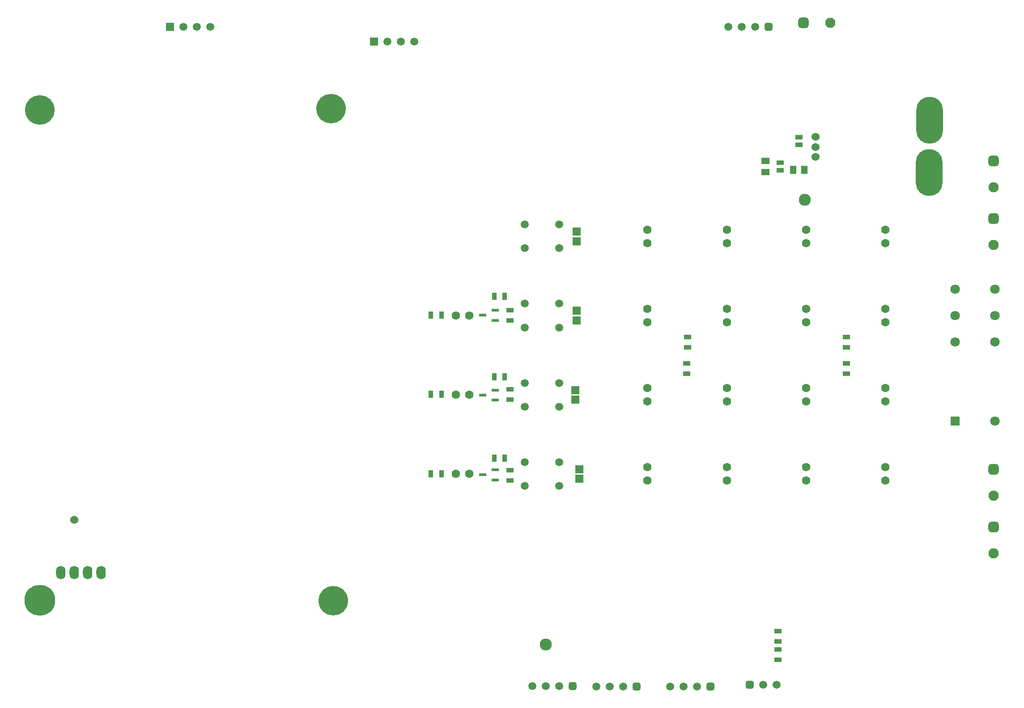
<source format=gbr>
%TF.GenerationSoftware,Altium Limited,Altium Designer,21.6.4 (81)*%
G04 Layer_Color=255*
%FSLAX43Y43*%
%MOMM*%
%TF.SameCoordinates,51A45B19-5AA5-45A3-BC04-4EA5AD39BA57*%
%TF.FilePolarity,Positive*%
%TF.FileFunction,Pads,Bot*%
%TF.Part,Single*%
G01*
G75*
%TA.AperFunction,ComponentPad*%
G04:AMPARAMS|DCode=13|XSize=1.95mm|YSize=1.95mm|CornerRadius=0.488mm|HoleSize=0mm|Usage=FLASHONLY|Rotation=0.000|XOffset=0mm|YOffset=0mm|HoleType=Round|Shape=RoundedRectangle|*
%AMROUNDEDRECTD13*
21,1,1.950,0.975,0,0,0.0*
21,1,0.975,1.950,0,0,0.0*
1,1,0.975,0.488,-0.488*
1,1,0.975,-0.488,-0.488*
1,1,0.975,-0.488,0.488*
1,1,0.975,0.488,0.488*
%
%ADD13ROUNDEDRECTD13*%
%ADD14C,1.950*%
%ADD15C,1.500*%
G04:AMPARAMS|DCode=16|XSize=1.5mm|YSize=1.5mm|CornerRadius=0.375mm|HoleSize=0mm|Usage=FLASHONLY|Rotation=0.000|XOffset=0mm|YOffset=0mm|HoleType=Round|Shape=RoundedRectangle|*
%AMROUNDEDRECTD16*
21,1,1.500,0.750,0,0,0.0*
21,1,0.750,1.500,0,0,0.0*
1,1,0.750,0.375,-0.375*
1,1,0.750,-0.375,-0.375*
1,1,0.750,-0.375,0.375*
1,1,0.750,0.375,0.375*
%
%ADD16ROUNDEDRECTD16*%
G04:AMPARAMS|DCode=17|XSize=1.95mm|YSize=1.95mm|CornerRadius=0.488mm|HoleSize=0mm|Usage=FLASHONLY|Rotation=270.000|XOffset=0mm|YOffset=0mm|HoleType=Round|Shape=RoundedRectangle|*
%AMROUNDEDRECTD17*
21,1,1.950,0.975,0,0,270.0*
21,1,0.975,1.950,0,0,270.0*
1,1,0.975,-0.488,-0.488*
1,1,0.975,-0.488,0.488*
1,1,0.975,0.488,0.488*
1,1,0.975,0.488,-0.488*
%
%ADD17ROUNDEDRECTD17*%
%ADD18C,1.800*%
%ADD19R,1.800X1.800*%
%ADD20C,2.286*%
%ADD21O,5.080X8.890*%
%ADD22C,1.524*%
%ADD23C,1.600*%
%ADD24R,1.500X1.500*%
%ADD25C,5.842*%
%ADD26C,5.588*%
%ADD27O,1.778X2.540*%
%TA.AperFunction,SMDPad,CuDef*%
%ADD30R,1.450X0.950*%
%ADD31R,0.950X1.450*%
%ADD32R,1.350X0.600*%
%ADD33R,1.207X1.508*%
%ADD34R,1.508X1.207*%
%ADD35R,1.350X0.950*%
%ADD36R,1.556X1.505*%
D13*
X159552Y130500D02*
D03*
D14*
X164552D02*
D03*
X195500Y29925D02*
D03*
Y99314D02*
D03*
Y40894D02*
D03*
Y88392D02*
D03*
D15*
X108204Y4826D02*
D03*
X110744D02*
D03*
X113284D02*
D03*
X145288Y129700D02*
D03*
X147828D02*
D03*
X150368D02*
D03*
X80772Y126873D02*
D03*
X83312D02*
D03*
X85852D02*
D03*
X42164Y129700D02*
D03*
X44704D02*
D03*
X47244D02*
D03*
X139319Y4700D02*
D03*
X136779D02*
D03*
X134239D02*
D03*
X125349D02*
D03*
X122809D02*
D03*
X120269D02*
D03*
X154432Y5080D02*
D03*
X151892D02*
D03*
X106750Y62250D02*
D03*
Y57750D02*
D03*
X113250Y62250D02*
D03*
Y57750D02*
D03*
X106750Y92250D02*
D03*
Y87750D02*
D03*
X113250Y92250D02*
D03*
Y87750D02*
D03*
Y72750D02*
D03*
Y77250D02*
D03*
X106750Y72750D02*
D03*
Y77250D02*
D03*
X113250Y42750D02*
D03*
Y47250D02*
D03*
X106750Y42750D02*
D03*
Y47250D02*
D03*
D16*
X115824Y4826D02*
D03*
X152908Y129700D02*
D03*
X141859Y4700D02*
D03*
X127889D02*
D03*
X149352Y5080D02*
D03*
D17*
X195500Y34925D02*
D03*
Y104314D02*
D03*
Y45894D02*
D03*
Y93392D02*
D03*
D18*
X195750Y55000D02*
D03*
Y70000D02*
D03*
Y75000D02*
D03*
Y80000D02*
D03*
X188250D02*
D03*
Y75000D02*
D03*
Y70000D02*
D03*
D19*
Y55000D02*
D03*
D20*
X110744Y12700D02*
D03*
X159766Y96901D02*
D03*
D21*
X183388Y112014D02*
D03*
X183261Y102108D02*
D03*
D22*
X161798Y108839D02*
D03*
Y106934D02*
D03*
Y105029D02*
D03*
X21463Y36322D02*
D03*
D23*
X93730Y45000D02*
D03*
X96270D02*
D03*
X175000Y46270D02*
D03*
Y43730D02*
D03*
X160000Y46270D02*
D03*
Y43730D02*
D03*
X145000Y46270D02*
D03*
Y43730D02*
D03*
X130000Y46270D02*
D03*
Y43730D02*
D03*
X175000Y61270D02*
D03*
Y58730D02*
D03*
X160000Y61270D02*
D03*
Y58730D02*
D03*
X145000Y61270D02*
D03*
Y58730D02*
D03*
X130000Y61270D02*
D03*
Y58730D02*
D03*
X175000Y76270D02*
D03*
Y73730D02*
D03*
X160000Y76270D02*
D03*
Y73730D02*
D03*
X145000Y76270D02*
D03*
Y73730D02*
D03*
X130000Y76270D02*
D03*
Y73730D02*
D03*
X175000Y91270D02*
D03*
Y88730D02*
D03*
X160000Y91270D02*
D03*
Y88730D02*
D03*
X145000Y91270D02*
D03*
Y88730D02*
D03*
X130000Y91270D02*
D03*
Y88730D02*
D03*
X93730Y60000D02*
D03*
X96270D02*
D03*
X93730Y75000D02*
D03*
X96270D02*
D03*
D24*
X78232Y126873D02*
D03*
X39624Y129700D02*
D03*
D25*
X14986Y21082D02*
D03*
D26*
Y113919D02*
D03*
X70104Y114173D02*
D03*
X70485Y20955D02*
D03*
D27*
X18923Y26289D02*
D03*
X21463D02*
D03*
X24003D02*
D03*
X26543D02*
D03*
D30*
X104000Y75991D02*
D03*
Y74041D02*
D03*
Y43729D02*
D03*
Y45679D02*
D03*
Y61005D02*
D03*
Y59055D02*
D03*
X167640Y69025D02*
D03*
Y70975D02*
D03*
X137541Y69025D02*
D03*
Y70975D02*
D03*
X137414Y64025D02*
D03*
Y65975D02*
D03*
X167640Y64025D02*
D03*
Y65975D02*
D03*
X154686Y13249D02*
D03*
Y15199D02*
D03*
Y9820D02*
D03*
Y11770D02*
D03*
D31*
X90975Y45000D02*
D03*
X89025D02*
D03*
X102975Y48006D02*
D03*
X101025D02*
D03*
X89025Y60071D02*
D03*
X90975D02*
D03*
X101025Y63373D02*
D03*
X102975D02*
D03*
X90975Y75057D02*
D03*
X89025D02*
D03*
X102975Y78613D02*
D03*
X101025D02*
D03*
D32*
X101200Y45781D02*
D03*
Y43881D02*
D03*
X98800Y44831D02*
D03*
Y59944D02*
D03*
X101200Y58994D02*
D03*
Y60894D02*
D03*
Y76007D02*
D03*
Y74107D02*
D03*
X98800Y75057D02*
D03*
D33*
X157572Y102616D02*
D03*
X159674D02*
D03*
D34*
X152273Y104302D02*
D03*
Y102200D02*
D03*
D35*
X155067Y104001D02*
D03*
Y102501D02*
D03*
X158623Y108827D02*
D03*
Y107327D02*
D03*
D36*
X117094Y45901D02*
D03*
Y44099D02*
D03*
X116586Y89099D02*
D03*
Y90901D02*
D03*
Y75901D02*
D03*
Y74099D02*
D03*
X116332Y60901D02*
D03*
Y59099D02*
D03*
%TF.MD5,381f5df4ddffa21117a62c5b6295e6a5*%
M02*

</source>
